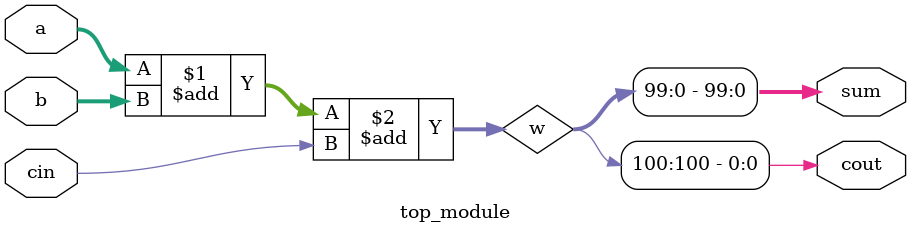
<source format=v>
module top_module( 
    input [99:0] a, b,
    input cin,
    output cout,
    output [99:0] sum );
    
    wire [100:0] w;
    assign w = a + b + cin;
    assign sum = w[99:0];
    assign cout = w[100];

endmodule

</source>
